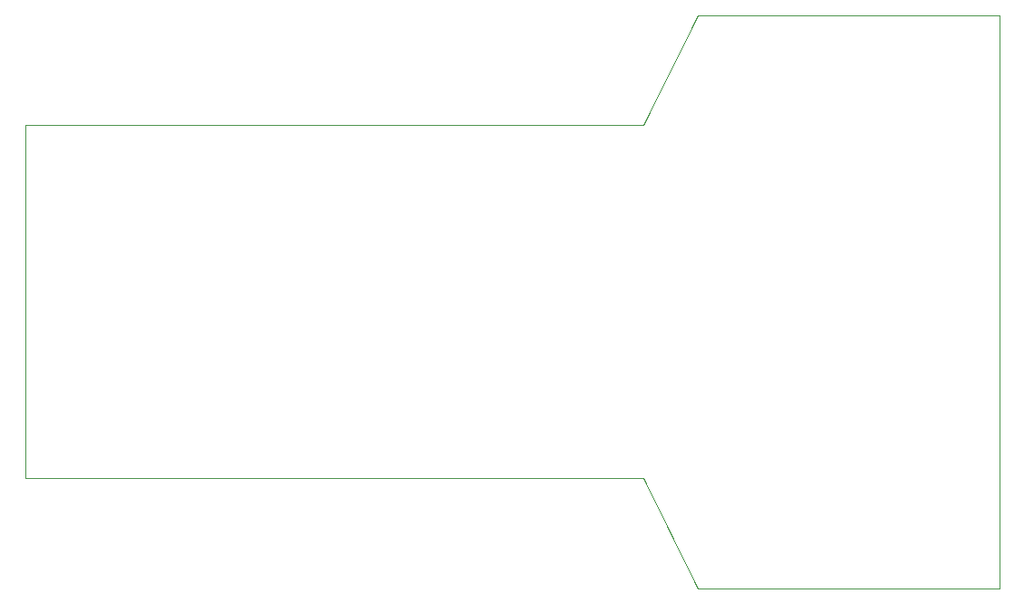
<source format=gbr>
%TF.GenerationSoftware,KiCad,Pcbnew,6.0.10-86aedd382b~118~ubuntu20.04.1*%
%TF.CreationDate,2022-12-31T17:49:26-08:00*%
%TF.ProjectId,parallel2usb,70617261-6c6c-4656-9c32-7573622e6b69,rev?*%
%TF.SameCoordinates,Original*%
%TF.FileFunction,Profile,NP*%
%FSLAX46Y46*%
G04 Gerber Fmt 4.6, Leading zero omitted, Abs format (unit mm)*
G04 Created by KiCad (PCBNEW 6.0.10-86aedd382b~118~ubuntu20.04.1) date 2022-12-31 17:49:26*
%MOMM*%
%LPD*%
G01*
G04 APERTURE LIST*
%TA.AperFunction,Profile*%
%ADD10C,0.100000*%
%TD*%
G04 APERTURE END LIST*
D10*
X209804000Y-128397000D02*
X181610000Y-128397000D01*
X176530000Y-118110000D01*
X118745000Y-118110000D01*
X118745000Y-85090000D01*
X176530000Y-85090000D01*
X181610000Y-74803000D01*
X209804000Y-74803000D01*
X209804000Y-128397000D01*
M02*

</source>
